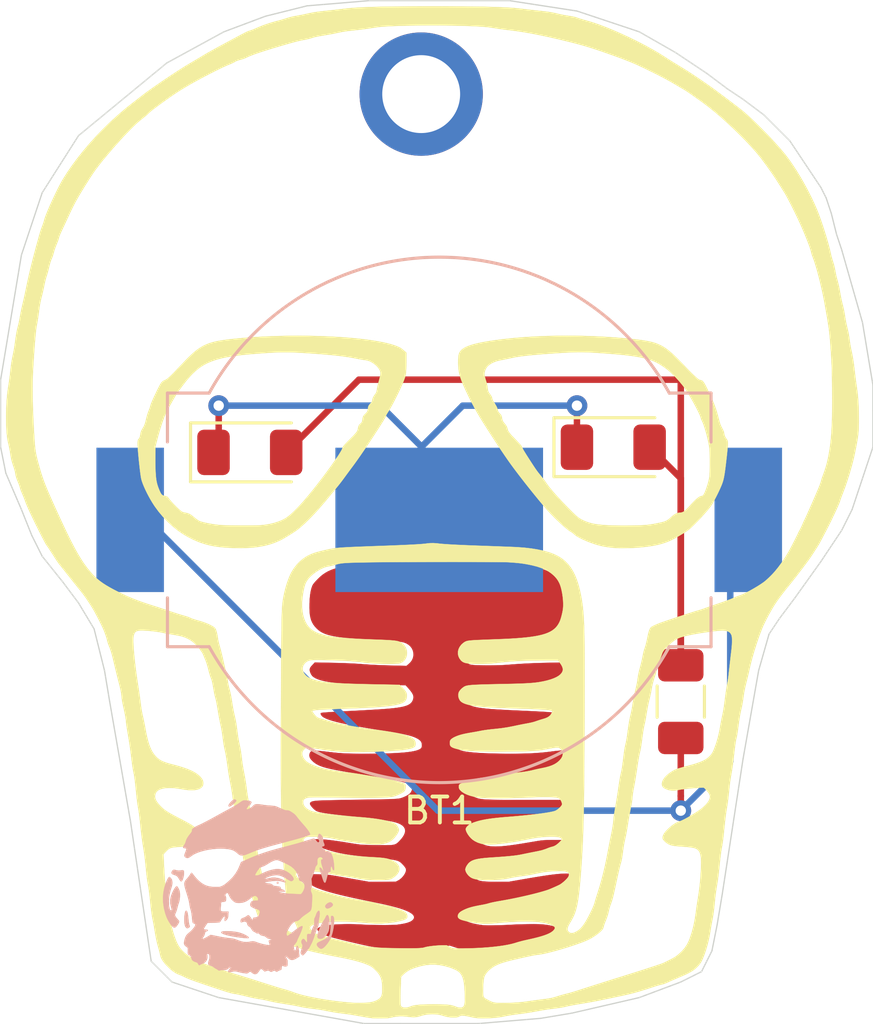
<source format=kicad_pcb>
(kicad_pcb (version 20171130) (host pcbnew "(5.1.10)-1")
  (layers (0 F.Cu signal) (31 B.Cu signal) (34 B.Paste user) (35 F.Paste user) (36 B.SilkS user) (37 F.SilkS user) (38 B.Mask user) (39 F.Mask user) (44 Edge.Cuts user))
  (net 0 "")
  (net 1 "Net-(BT1-Pad1)")
  (net 2 "Net-(BT1-Pad2)")
  (net 3 "Net-(D1-Pad2)")
  (module BadgePirates_Common_Library:3.5mm_lapel_pin (layer F.Cu) (at 143.2 66)
    (fp_text reference REF** hide)
    (fp_text value 3.5mm_lapel_pin hide)
    (pad 1 thru_hole circle (at 0 0) (size 4.75 4.75) (drill 3) (layers *.Mask B.Cu))
  )
  (module New:FG10x10 (layer B.Cu) (at 136.6 97.6 180)
    (fp_text reference G*** hide)
    (fp_text value LOGO hide)
  )
  (module Resistor_SMD:R_1206_3216Metric (layer F.Cu) (at 153.2 89.4 270)
    (fp_text reference R1 hide)
    (fp_text value R hide)
    (pad 2 smd roundrect (at 1.4 0 270) (size 1.25 1.75) (layers F.Cu F.Paste F.Mask) (roundrect_rratio 0.2) (net 1 "Net-(BT1-Pad1)"))
    (pad 1 smd roundrect (at -1.4 0 270) (size 1.25 1.75) (layers F.Cu F.Paste F.Mask) (roundrect_rratio 0.2) (net 3 "Net-(D1-Pad2)"))
  )
  (module LED_SMD:LED_1206_3216Metric (layer F.Cu) (at 136.6 79.8)
    (fp_text reference D2 hide)
    (fp_text value LED hide)
    (pad 2 smd roundrect (at 1.4 0) (size 1.25 1.75) (layers F.Cu F.Paste F.Mask) (roundrect_rratio 0.2) (net 3 "Net-(D1-Pad2)"))
    (pad 1 smd roundrect (at -1.4 0) (size 1.25 1.75) (layers F.Cu F.Paste F.Mask) (roundrect_rratio 0.2) (net 2 "Net-(BT1-Pad2)"))
  )
  (module LED_SMD:LED_1206_3216Metric (layer F.Cu) (at 150.6 79.6)
    (fp_text reference D1 hide)
    (fp_text value LED hide)
    (pad 2 smd roundrect (at 1.4 0) (size 1.25 1.75) (layers F.Cu F.Paste F.Mask) (roundrect_rratio 0.2) (net 3 "Net-(D1-Pad2)"))
    (pad 1 smd roundrect (at -1.4 0) (size 1.25 1.75) (layers F.Cu F.Paste F.Mask) (roundrect_rratio 0.2) (net 2 "Net-(BT1-Pad2)"))
  )
  (module BadgePirates_Common_Library:BatteryHolder_MPD_BC2003_1x2032 (layer B.Cu) (at 143.895 82.4)
    (fp_text reference BT1 (at 0 11.2) (layer F.SilkS))
    (fp_text value Battery_Cell hide)
    (pad 1 smd rect (at -11.905 0) (size 2.6 5.56) (layers B.Cu B.Paste B.Mask) (net 1 "Net-(BT1-Pad1)"))
    (pad 1 smd rect (at 11.905 0) (size 2.6 5.56) (layers B.Cu B.Paste B.Mask) (net 1 "Net-(BT1-Pad1)"))
    (pad 2 smd rect (at 0 0) (size 8 5.56) (layers B.Cu B.Paste B.Mask) (net 2 "Net-(BT1-Pad2)"))
  )
  (module New:2b1_Mouth_50x50 (layer F.Cu) (at 144.6 85.8)
    (fp_text reference G*** hide)
    (fp_text value LOGO hide)
  )
  (module New:2b1_Mouth_50x50 (layer F.Cu) (at 144.6 85.8)
    (fp_text reference G*** hide)
    (fp_text value LOGO hide)
    (fp_poly (pts (xy -0.37808 -1.656836) (xy -0.148279 -1.65673) (xy 0.079099 -1.656553) (xy 0.302995 -1.656307) (xy 0.522345 -1.655991) (xy 0.736091 -1.655605) (xy 0.943169 -1.65515) (xy 1.142519 -1.654624) (xy 1.33308 -1.654029) (xy 1.51379 -1.653364) (xy 1.683589 -1.652628) (xy 1.841416 -1.651823) (xy 1.986208 -1.650948) (xy 2.116905 -1.650002) (xy 2.232446 -1.648987) (xy 2.33177 -1.647901) (xy 2.413815 -1.646745) (xy 2.47752 -1.645519) (xy 2.521824 -1.644222) (xy 2.54 -1.643322) (xy 2.736717 -1.623547) (xy 2.930877 -1.591387) (xy 3.119591 -1.547714) (xy 3.299972 -1.493399) (xy 3.469133 -1.429313) (xy 3.624185 -1.356327) (xy 3.762241 -1.275311) (xy 3.764022 -1.274135) (xy 3.871164 -1.193983) (xy 3.961782 -1.105298) (xy 4.037477 -1.005778) (xy 4.09985 -0.893122) (xy 4.150501 -0.76503) (xy 4.174978 -0.68335) (xy 4.219221 -0.496072) (xy 4.247348 -0.320444) (xy 4.259477 -0.154537) (xy 4.255731 0.003577) (xy 4.236228 0.155827) (xy 4.229468 0.1905) (xy 4.198579 0.323035) (xy 4.164053 0.437494) (xy 4.124275 0.536867) (xy 4.077631 0.624148) (xy 4.022506 0.702329) (xy 3.957287 0.774403) (xy 3.880358 0.843362) (xy 3.874863 0.847849) (xy 3.829512 0.882695) (xy 3.781945 0.914908) (xy 3.731127 0.944656) (xy 3.676024 0.972109) (xy 3.615601 0.997435) (xy 3.548825 1.020804) (xy 3.474661 1.042384) (xy 3.392074 1.062344) (xy 3.300031 1.080854) (xy 3.197497 1.098083) (xy 3.083437 1.114199) (xy 2.956819 1.129372) (xy 2.816606 1.14377) (xy 2.661766 1.157563) (xy 2.491263 1.170919) (xy 2.304063 1.184008) (xy 2.099133 1.196998) (xy 1.875437 1.210059) (xy 1.631942 1.223359) (xy 1.550458 1.227652) (xy 1.385728 1.236376) (xy 1.240676 1.244347) (xy 1.113832 1.25172) (xy 1.003727 1.25865) (xy 0.908891 1.265292) (xy 0.827855 1.271801) (xy 0.759149 1.278332) (xy 0.701304 1.28504) (xy 0.652851 1.29208) (xy 0.61232 1.299607) (xy 0.578241 1.307776) (xy 0.549145 1.316743) (xy 0.523563 1.326662) (xy 0.500025 1.337688) (xy 0.498042 1.338697) (xy 0.427274 1.38512) (xy 0.362737 1.446921) (xy 0.307109 1.519868) (xy 0.263066 1.59973) (xy 0.233286 1.682276) (xy 0.220444 1.763274) (xy 0.220139 1.778) (xy 0.228732 1.855095) (xy 0.252344 1.931937) (xy 0.288486 2.004595) (xy 0.334669 2.069138) (xy 0.388404 2.121634) (xy 0.447202 2.158153) (xy 0.465453 2.165404) (xy 0.501095 2.175293) (xy 0.546942 2.183637) (xy 0.604467 2.190516) (xy 0.675141 2.196015) (xy 0.760434 2.200217) (xy 0.861818 2.203203) (xy 0.980764 2.205056) (xy 1.118742 2.20586) (xy 1.185333 2.205903) (xy 1.30764 2.205622) (xy 1.413191 2.204857) (xy 1.506394 2.203451) (xy 1.591658 2.20125) (xy 1.67339 2.198099) (xy 1.755998 2.193841) (xy 1.843891 2.188321) (xy 1.941477 2.181385) (xy 1.994958 2.177362) (xy 2.136774 2.166741) (xy 2.268828 2.157305) (xy 2.393794 2.148935) (xy 2.514345 2.141513) (xy 2.633156 2.134921) (xy 2.752901 2.12904) (xy 2.876253 2.123754) (xy 3.005887 2.118942) (xy 3.144476 2.114489) (xy 3.294696 2.110274) (xy 3.459219 2.106181) (xy 3.640719 2.10209) (xy 3.752047 2.09973) (xy 4.101553 2.092457) (xy 4.172735 2.241012) (xy 4.19748 2.294418) (xy 4.218486 2.343115) (xy 4.234119 2.383046) (xy 4.242743 2.410153) (xy 4.243917 2.417684) (xy 4.236416 2.456898) (xy 4.212809 2.497663) (xy 4.171435 2.542654) (xy 4.15969 2.55347) (xy 4.05266 2.636192) (xy 3.92932 2.707079) (xy 3.791427 2.765322) (xy 3.640738 2.810113) (xy 3.567708 2.825957) (xy 3.515559 2.835532) (xy 3.461141 2.844454) (xy 3.403162 2.852812) (xy 3.340324 2.860698) (xy 3.271333 2.868202) (xy 3.194894 2.875415) (xy 3.109712 2.882427) (xy 3.014491 2.889329) (xy 2.907936 2.896212) (xy 2.788753 2.903167) (xy 2.655645 2.910283) (xy 2.507319 2.917652) (xy 2.342477 2.925365) (xy 2.159827 2.933511) (xy 1.958072 2.942182) (xy 1.830917 2.947524) (xy 1.628305 2.956136) (xy 1.446108 2.964224) (xy 1.283582 2.971835) (xy 1.139983 2.979011) (xy 1.014566 2.985798) (xy 0.906587 2.992239) (xy 0.815302 2.99838) (xy 0.739968 3.004265) (xy 0.679839 3.009937) (xy 0.634172 3.015443) (xy 0.602223 3.020825) (xy 0.601863 3.020901) (xy 0.509647 3.049327) (xy 0.428991 3.094013) (xy 0.357464 3.155398) (xy 0.312193 3.204497) (xy 0.281263 3.246831) (xy 0.262106 3.288366) (xy 0.252152 3.335065) (xy 0.248833 3.392894) (xy 0.248737 3.407833) (xy 0.253531 3.489448) (xy 0.269413 3.556422) (xy 0.298557 3.612168) (xy 0.343137 3.660102) (xy 0.405328 3.703638) (xy 0.453838 3.729998) (xy 0.497998 3.750537) (xy 0.546419 3.769538) (xy 0.600196 3.787123) (xy 0.660422 3.803417) (xy 0.728191 3.81854) (xy 0.804598 3.832617) (xy 0.890735 3.84577) (xy 0.987697 3.858122) (xy 1.096577 3.869795) (xy 1.218469 3.880913) (xy 1.354468 3.891598) (xy 1.505667 3.901973) (xy 1.673159 3.912162) (xy 1.858039 3.922286) (xy 2.061401 3.932468) (xy 2.284338 3.942832) (xy 2.391833 3.94761) (xy 2.604356 3.957097) (xy 2.796527 3.966023) (xy 2.969154 3.974446) (xy 3.123043 3.982422) (xy 3.259001 3.990008) (xy 3.377834 3.997263) (xy 3.480348 4.004243) (xy 3.567351 4.011005) (xy 3.639648 4.017608) (xy 3.698047 4.024107) (xy 3.743354 4.03056) (xy 3.776375 4.037024) (xy 3.797917 4.043558) (xy 3.806295 4.047977) (xy 3.817627 4.059777) (xy 3.817482 4.075495) (xy 3.810635 4.094216) (xy 3.787191 4.131065) (xy 3.748673 4.16989) (xy 3.700138 4.206122) (xy 3.663556 4.227169) (xy 3.584179 4.262714) (xy 3.484294 4.299416) (xy 3.364521 4.337136) (xy 3.225478 4.375738) (xy 3.067784 4.415086) (xy 2.89206 4.455043) (xy 2.698923 4.495474) (xy 2.488994 4.53624) (xy 2.262892 4.577205) (xy 2.021235 4.618234) (xy 1.764643 4.65919) (xy 1.571625 4.688462) (xy 1.365717 4.719463) (xy 1.179618 4.748417) (xy 1.012093 4.775581) (xy 0.86191 4.801214) (xy 0.727836 4.825574) (xy 0.608638 4.848919) (xy 0.503084 4.871506) (xy 0.409939 4.893596) (xy 0.327972 4.915444) (xy 0.25595 4.937311) (xy 0.192639 4.959453) (xy 0.136807 4.98213) (xy 0.109417 4.994648) (xy 0.033573 5.036832) (xy -0.022439 5.082345) (xy -0.059886 5.132778) (xy -0.080031 5.189722) (xy -0.084549 5.23875) (xy -0.077414 5.302743) (xy -0.055303 5.35767) (xy -0.017155 5.404408) (xy 0.038091 5.443833) (xy 0.111495 5.476823) (xy 0.204117 5.504254) (xy 0.248708 5.514267) (xy 0.336301 5.529751) (xy 0.44363 5.544086) (xy 0.569291 5.557197) (xy 0.711881 5.569009) (xy 0.869995 5.579447) (xy 1.042231 5.588436) (xy 1.227184 5.595902) (xy 1.423451 5.60177) (xy 1.629629 5.605964) (xy 1.844313 5.608411) (xy 2.026708 5.60906) (xy 2.264251 5.608029) (xy 2.483332 5.604801) (xy 2.686557 5.599237) (xy 2.876531 5.591196) (xy 3.055858 5.580541) (xy 3.227145 5.567131) (xy 3.392995 5.550827) (xy 3.556015 5.53149) (xy 3.610092 5.524357) (xy 3.747946 5.506823) (xy 3.865636 5.494196) (xy 3.963076 5.486483) (xy 4.040182 5.483688) (xy 4.096867 5.485817) (xy 4.130818 5.492099) (xy 4.17428 5.516986) (xy 4.206948 5.5574) (xy 4.22731 5.609845) (xy 4.233853 5.670824) (xy 4.228979 5.719018) (xy 4.214128 5.760648) (xy 4.18571 5.809374) (xy 4.147449 5.860086) (xy 4.103073 5.907676) (xy 4.070566 5.936235) (xy 4.030088 5.966898) (xy 3.987569 5.995695) (xy 3.941948 6.022881) (xy 3.892164 6.048707) (xy 3.837156 6.073429) (xy 3.775862 6.097298) (xy 3.707221 6.120568) (xy 3.630172 6.143492) (xy 3.543653 6.166323) (xy 3.446604 6.189314) (xy 3.337963 6.212719) (xy 3.216668 6.23679) (xy 3.08166 6.261781) (xy 2.931875 6.287945) (xy 2.766254 6.315536) (xy 2.583734 6.344805) (xy 2.383255 6.376007) (xy 2.163755 6.409395) (xy 1.957917 6.440205) (xy 1.776169 6.467558) (xy 1.613513 6.492731) (xy 1.468023 6.516064) (xy 1.337775 6.537897) (xy 1.220844 6.558568) (xy 1.115304 6.578419) (xy 1.019232 6.597788) (xy 0.930702 6.617016) (xy 0.851958 6.63543) (xy 0.703814 6.673955) (xy 0.576088 6.712775) (xy 0.468893 6.751835) (xy 0.382342 6.791079) (xy 0.316547 6.830452) (xy 0.271621 6.869899) (xy 0.247677 6.909363) (xy 0.243417 6.934402) (xy 0.252737 6.982656) (xy 0.278943 7.034495) (xy 0.319403 7.085317) (xy 0.342261 7.107248) (xy 0.3769 7.133098) (xy 0.42673 7.16411) (xy 0.487145 7.197951) (xy 0.553541 7.232284) (xy 0.621315 7.264775) (xy 0.685862 7.293088) (xy 0.742578 7.314887) (xy 0.767292 7.322829) (xy 0.797631 7.331237) (xy 0.828949 7.338885) (xy 0.862324 7.345808) (xy 0.898836 7.352043) (xy 0.939562 7.357625) (xy 0.985582 7.362588) (xy 1.037975 7.366969) (xy 1.097821 7.370803) (xy 1.166197 7.374126) (xy 1.244184 7.376973) (xy 1.332859 7.379379) (xy 1.433302 7.38138) (xy 1.546593 7.383012) (xy 1.673809 7.38431) (xy 1.81603 7.385309) (xy 1.974335 7.386046) (xy 2.149804 7.386555) (xy 2.343514 7.386872) (xy 2.556545 7.387032) (xy 2.720222 7.387071) (xy 4.05932 7.387167) (xy 4.123638 7.453312) (xy 4.16703 7.499386) (xy 4.196483 7.534567) (xy 4.214073 7.561806) (xy 4.221873 7.584051) (xy 4.22275 7.594219) (xy 4.214762 7.613294) (xy 4.193108 7.641416) (xy 4.16125 7.675198) (xy 4.122648 7.711252) (xy 4.080767 7.746192) (xy 4.039068 7.776628) (xy 4.030761 7.782066) (xy 4.00562 7.797147) (xy 3.978356 7.81121) (xy 3.947791 7.824448) (xy 3.912751 7.837052) (xy 3.872058 7.849214) (xy 3.824537 7.861126) (xy 3.769011 7.87298) (xy 3.704306 7.884966) (xy 3.629244 7.897277) (xy 3.54265 7.910105) (xy 3.443348 7.923642) (xy 3.330162 7.938079) (xy 3.201915 7.953608) (xy 3.057431 7.97042) (xy 2.895536 7.988708) (xy 2.715052 8.008663) (xy 2.514803 8.030477) (xy 2.492375 8.032906) (xy 2.290371 8.054911) (xy 2.108091 8.07509) (xy 1.944187 8.093629) (xy 1.797312 8.110709) (xy 1.666118 8.126517) (xy 1.549257 8.141235) (xy 1.445383 8.155049) (xy 1.353147 8.168141) (xy 1.271203 8.180697) (xy 1.198202 8.1929) (xy 1.132797 8.204934) (xy 1.073642 8.216984) (xy 1.019387 8.229233) (xy 0.975194 8.240177) (xy 0.877775 8.270514) (xy 0.78624 8.309007) (xy 0.705229 8.35334) (xy 0.639385 8.4012) (xy 0.623723 8.415473) (xy 0.575743 8.468706) (xy 0.54432 8.520826) (xy 0.529737 8.573512) (xy 0.532278 8.628441) (xy 0.552226 8.68729) (xy 0.589866 8.751738) (xy 0.645481 8.82346) (xy 0.703638 8.887765) (xy 0.761127 8.945047) (xy 0.81941 8.995942) (xy 0.879686 9.040536) (xy 0.943154 9.078914) (xy 1.011011 9.111161) (xy 1.084456 9.137364) (xy 1.164687 9.157607) (xy 1.252902 9.171976) (xy 1.350299 9.180556) (xy 1.458076 9.183433) (xy 1.577431 9.180692) (xy 1.709563 9.172419) (xy 1.85567 9.158699) (xy 2.01695 9.139618) (xy 2.194601 9.115261) (xy 2.389822 9.085713) (xy 2.60381 9.05106) (xy 2.719917 9.031558) (xy 2.827863 9.013243) (xy 2.91728 8.998098) (xy 2.990512 8.985762) (xy 3.049898 8.975873) (xy 3.097781 8.968071) (xy 3.136503 8.961996) (xy 3.168405 8.957285) (xy 3.19583 8.953579) (xy 3.221118 8.950516) (xy 3.246612 8.947736) (xy 3.274654 8.944877) (xy 3.296708 8.942671) (xy 3.336811 8.939751) (xy 3.392857 8.937219) (xy 3.461588 8.935093) (xy 3.539747 8.933391) (xy 3.624075 8.93213) (xy 3.711314 8.931328) (xy 3.798207 8.931003) (xy 3.881495 8.931171) (xy 3.957921 8.931852) (xy 4.024226 8.933062) (xy 4.077152 8.934819) (xy 4.113441 8.937141) (xy 4.122342 8.938198) (xy 4.158871 8.947179) (xy 4.175642 8.961269) (xy 4.173797 8.982238) (xy 4.162813 9.000879) (xy 4.142605 9.022803) (xy 4.109184 9.052356) (xy 4.067275 9.085939) (xy 4.021608 9.119949) (xy 3.97691 9.150787) (xy 3.937908 9.174853) (xy 3.925918 9.181294) (xy 3.876139 9.203567) (xy 3.809154 9.229088) (xy 3.728466 9.256736) (xy 3.637579 9.285387) (xy 3.539997 9.313918) (xy 3.439224 9.341205) (xy 3.381375 9.355852) (xy 3.117458 9.41574) (xy 2.83475 9.470072) (xy 2.534958 9.518573) (xy 2.219788 9.560969) (xy 1.890948 9.596984) (xy 1.87325 9.598702) (xy 1.713265 9.614235) (xy 1.572764 9.62813) (xy 1.450148 9.640597) (xy 1.343814 9.651844) (xy 1.252162 9.662082) (xy 1.17359 9.67152) (xy 1.106497 9.680366) (xy 1.049283 9.688831) (xy 1.000346 9.697124) (xy 0.958085 9.705454) (xy 0.9209 9.714031) (xy 0.887188 9.723064) (xy 0.860337 9.731172) (xy 0.786493 9.758517) (xy 0.726218 9.791144) (xy 0.671919 9.833863) (xy 0.627694 9.878519) (xy 0.567626 9.952405) (xy 0.527606 10.021624) (xy 0.507333 10.087325) (xy 0.506502 10.150658) (xy 0.524811 10.212774) (xy 0.534508 10.232298) (xy 0.56014 10.270586) (xy 0.597895 10.316161) (xy 0.642798 10.363826) (xy 0.689877 10.408387) (xy 0.734158 10.444649) (xy 0.745456 10.452661) (xy 0.776101 10.471058) (xy 0.810954 10.486839) (xy 0.851727 10.500186) (xy 0.900127 10.511278) (xy 0.957867 10.520296) (xy 1.026655 10.527421) (xy 1.108203 10.532833) (xy 1.204219 10.536714) (xy 1.316415 10.539243) (xy 1.4465 10.540602) (xy 1.58141 10.540974) (xy 1.972196 10.541) (xy 2.428077 10.461808) (xy 2.631295 10.426693) (xy 2.815297 10.395317) (xy 2.981656 10.367444) (xy 3.131947 10.342842) (xy 3.267743 10.321276) (xy 3.39062 10.302513) (xy 3.502151 10.28632) (xy 3.60391 10.272461) (xy 3.697471 10.260705) (xy 3.784408 10.250816) (xy 3.866297 10.242562) (xy 3.94471 10.235708) (xy 3.957636 10.234678) (xy 4.091673 10.226443) (xy 4.205537 10.224384) (xy 4.299304 10.228512) (xy 4.37305 10.238837) (xy 4.42685 10.25537) (xy 4.46078 10.278121) (xy 4.474804 10.306305) (xy 4.469735 10.332759) (xy 4.450002 10.369033) (xy 4.418043 10.412474) (xy 4.376296 10.46043) (xy 4.327199 10.510249) (xy 4.27319 10.559278) (xy 4.216706 10.604865) (xy 4.169833 10.638094) (xy 4.070854 10.698678) (xy 3.963933 10.754562) (xy 3.846233 10.806946) (xy 3.714919 10.857028) (xy 3.567155 10.906007) (xy 3.459834 10.938139) (xy 3.389766 10.958236) (xy 3.323686 10.976844) (xy 3.259748 10.994394) (xy 3.196107 11.011316) (xy 3.130917 11.028042) (xy 3.062334 11.045003) (xy 2.988511 11.062629) (xy 2.907603 11.081351) (xy 2.817766 11.1016) (xy 2.717152 11.123807) (xy 2.603919 11.148403) (xy 2.476218 11.175819) (xy 2.332207 11.206485) (xy 2.170038 11.240833) (xy 2.100792 11.255463) (xy 1.89427 11.299138) (xy 1.707335 11.338832) (xy 1.538841 11.374829) (xy 1.387643 11.407411) (xy 1.252594 11.436862) (xy 1.132549 11.463466) (xy 1.026361 11.487504) (xy 0.932886 11.509261) (xy 0.850976 11.52902) (xy 0.779487 11.547062) (xy 0.717272 11.563673) (xy 0.663186 11.579134) (xy 0.616083 11.593729) (xy 0.574816 11.607742) (xy 0.538241 11.621454) (xy 0.50521 11.63515) (xy 0.474579 11.649112) (xy 0.445202 11.663623) (xy 0.441735 11.665401) (xy 0.366563 11.710559) (xy 0.303709 11.761525) (xy 0.256353 11.815399) (xy 0.232967 11.855856) (xy 0.218343 11.909531) (xy 0.223782 11.957817) (xy 0.249009 11.999456) (xy 0.268291 12.016884) (xy 0.32693 12.053149) (xy 0.404675 12.08773) (xy 0.499496 12.120074) (xy 0.609364 12.149628) (xy 0.732246 12.175841) (xy 0.866115 12.198161) (xy 0.994833 12.21452) (xy 1.044201 12.218152) (xy 1.112159 12.220504) (xy 1.196173 12.221619) (xy 1.293708 12.221538) (xy 1.402229 12.220304) (xy 1.519202 12.217959) (xy 1.642092 12.214545) (xy 1.768364 12.210104) (xy 1.895484 12.204678) (xy 2.020917 12.19831) (xy 2.042583 12.197098) (xy 2.167072 12.190704) (xy 2.297843 12.185223) (xy 2.431942 12.180695) (xy 2.566417 12.177162) (xy 2.698315 12.174666) (xy 2.82468 12.173248) (xy 2.942562 12.172949) (xy 3.049005 12.173811) (xy 3.141057 12.175877) (xy 3.215764 12.179186) (xy 3.233208 12.180344) (xy 3.391273 12.195318) (xy 3.530234 12.215991) (xy 3.651451 12.242653) (xy 3.756283 12.275596) (xy 3.834804 12.309388) (xy 3.874866 12.33043) (xy 3.899134 12.347225) (xy 3.911408 12.36354) (xy 3.915483 12.383143) (xy 3.915671 12.389625) (xy 3.908924 12.417918) (xy 3.887895 12.447036) (xy 3.851989 12.477207) (xy 3.800612 12.508656) (xy 3.733173 12.541609) (xy 3.649075 12.576293) (xy 3.547727 12.612934) (xy 3.428535 12.651757) (xy 3.290905 12.692989) (xy 3.134243 12.736856) (xy 2.957956 12.783584) (xy 2.761451 12.833399) (xy 2.7305 12.841076) (xy 2.548331 12.885497) (xy 2.383518 12.924168) (xy 2.23318 12.957551) (xy 2.094439 12.986106) (xy 1.964415 13.010297) (xy 1.840229 13.030584) (xy 1.719 13.04743) (xy 1.597851 13.061295) (xy 1.4739 13.072643) (xy 1.34427 13.081934) (xy 1.20608 13.089629) (xy 1.169458 13.091377) (xy 1.111034 13.093896) (xy 1.039347 13.096686) (xy 0.957088 13.099667) (xy 0.866948 13.102759) (xy 0.771619 13.105882) (xy 0.673792 13.108956) (xy 0.57616 13.111902) (xy 0.481415 13.11464) (xy 0.392246 13.117089) (xy 0.311347 13.11917) (xy 0.241408 13.120802) (xy 0.185122 13.121907) (xy 0.14518 13.122404) (xy 0.127 13.122316) (xy 0.10545 13.11879) (xy 0.067697 13.109568) (xy 0.017595 13.095716) (xy -0.041003 13.078302) (xy -0.104241 13.058393) (xy -0.105833 13.057877) (xy -0.301625 12.994421) (xy -0.635 13.032596) (xy -0.799276 13.051055) (xy -0.946075 13.066666) (xy -1.078872 13.079615) (xy -1.201139 13.090085) (xy -1.316347 13.098263) (xy -1.427971 13.104332) (xy -1.539481 13.108478) (xy -1.654352 13.110885) (xy -1.776056 13.111739) (xy -1.908065 13.111224) (xy -2.053852 13.109525) (xy -2.074333 13.109222) (xy -2.26415 13.105924) (xy -2.43469 13.101993) (xy -2.587836 13.097299) (xy -2.725474 13.091712) (xy -2.849485 13.085104) (xy -2.961756 13.077346) (xy -3.064168 13.068308) (xy -3.158606 13.057861) (xy -3.246953 13.045876) (xy -3.331094 13.032223) (xy -3.407833 13.017795) (xy -3.497482 12.999325) (xy -3.599627 12.977357) (xy -3.711899 12.952464) (xy -3.831926 12.925223) (xy -3.957336 12.896208) (xy -4.085758 12.865994) (xy -4.214821 12.835157) (xy -4.342154 12.804271) (xy -4.465384 12.773913) (xy -4.582142 12.744656) (xy -4.690054 12.717077) (xy -4.786751 12.69175) (xy -4.86986 12.66925) (xy -4.93701 12.650153) (xy -4.985358 12.635191) (xy -5.093629 12.594994) (xy -5.193141 12.549726) (xy -5.279118 12.501693) (xy -5.321807 12.472808) (xy -5.367098 12.433431) (xy -5.391804 12.397006) (xy -5.395848 12.363396) (xy -5.379151 12.332463) (xy -5.341634 12.304069) (xy -5.28322 12.278077) (xy -5.203829 12.254349) (xy -5.196417 12.252507) (xy -5.092801 12.231099) (xy -4.970707 12.212832) (xy -4.832601 12.197809) (xy -4.680955 12.186139) (xy -4.518235 12.177926) (xy -4.346912 12.173278) (xy -4.169454 12.172299) (xy -3.988329 12.175097) (xy -3.806008 12.181777) (xy -3.693583 12.187906) (xy -3.60031 12.192914) (xy -3.495675 12.197238) (xy -3.382292 12.200867) (xy -3.262774 12.203789) (xy -3.139733 12.205991) (xy -3.015782 12.207461) (xy -2.893534 12.208187) (xy -2.775602 12.208158) (xy -2.664599 12.207361) (xy -2.563137 12.205785) (xy -2.473829 12.203416) (xy -2.399289 12.200244) (xy -2.342129 12.196255) (xy -2.323042 12.194225) (xy -2.180846 12.174319) (xy -2.058598 12.152145) (xy -1.955162 12.127317) (xy -1.869403 12.099448) (xy -1.800186 12.068154) (xy -1.746375 12.033047) (xy -1.706836 11.993743) (xy -1.698087 11.981814) (xy -1.676159 11.9353) (xy -1.673846 11.888993) (xy -1.691278 11.842831) (xy -1.728587 11.796751) (xy -1.785903 11.750689) (xy -1.863355 11.704585) (xy -1.961076 11.658373) (xy -2.079195 11.611993) (xy -2.217842 11.56538) (xy -2.377149 11.518473) (xy -2.557245 11.471207) (xy -2.758263 11.423522) (xy -2.942167 11.383351) (xy -3.006133 11.369923) (xy -3.086741 11.353109) (xy -3.179894 11.333757) (xy -3.281496 11.312716) (xy -3.387448 11.290834) (xy -3.493655 11.268959) (xy -3.58775 11.249636) (xy -3.857043 11.193409) (xy -4.105871 11.139321) (xy -4.33481 11.087214) (xy -4.544437 11.036929) (xy -4.73533 10.988309) (xy -4.908063 10.941196) (xy -5.063215 10.895432) (xy -5.201362 10.850858) (xy -5.32308 10.807318) (xy -5.428946 10.764652) (xy -5.519537 10.722703) (xy -5.529792 10.717514) (xy -5.561333 10.700404) (xy -5.590663 10.681803) (xy -5.620863 10.659157) (xy -5.655011 10.629914) (xy -5.696188 10.591521) (xy -5.747472 10.541424) (xy -5.774039 10.515009) (xy -5.838527 10.44946) (xy -5.887919 10.396313) (xy -5.923205 10.354211) (xy -5.945374 10.321798) (xy -5.955416 10.297718) (xy -5.95432 10.280614) (xy -5.949794 10.274144) (xy -5.934392 10.269133) (xy -5.900409 10.264649) (xy -5.850428 10.260756) (xy -5.78703 10.257522) (xy -5.712796 10.255011) (xy -5.630309 10.25329) (xy -5.54215 10.252425) (xy -5.4509 10.252482) (xy -5.359141 10.253526) (xy -5.269454 10.255624) (xy -5.249333 10.256264) (xy -5.206001 10.257652) (xy -5.167835 10.258846) (xy -5.133358 10.260063) (xy -5.101092 10.261519) (xy -5.069559 10.263431) (xy -5.037282 10.266015) (xy -5.002783 10.269487) (xy -4.964584 10.274064) (xy -4.921209 10.279961) (xy -4.871179 10.287397) (xy -4.813017 10.296585) (xy -4.745244 10.307744) (xy -4.666385 10.32109) (xy -4.57496 10.336838) (xy -4.469493 10.355205) (xy -4.348505 10.376408) (xy -4.210519 10.400663) (xy -4.054058 10.428186) (xy -3.948802 10.446691) (xy -3.404979 10.542266) (xy -2.889895 10.538987) (xy -2.37481 10.535708) (xy -2.294977 10.49624) (xy -2.22579 10.453984) (xy -2.159509 10.398656) (xy -2.099294 10.334206) (xy -2.048303 10.264587) (xy -2.009697 10.193748) (xy -1.986633 10.125641) (xy -1.983216 10.106328) (xy -1.982252 10.069804) (xy -1.990775 10.033898) (xy -2.010582 9.994868) (xy -2.04347 9.948969) (xy -2.079351 9.906) (xy -2.142971 9.837947) (xy -2.201272 9.787023) (xy -2.257317 9.750919) (xy -2.314168 9.727326) (xy -2.31775 9.726234) (xy -2.364237 9.713793) (xy -2.420483 9.701476) (xy -2.487756 9.689117) (xy -2.567326 9.676548) (xy -2.660461 9.663601) (xy -2.76843 9.65011) (xy -2.892502 9.635907) (xy -3.033947 9.620826) (xy -3.194032 9.604698) (xy -3.3655 9.588164) (xy -3.576514 9.567466) (xy -3.768473 9.54703) (xy -3.943479 9.526482) (xy -4.103634 9.505444) (xy -4.251039 9.483542) (xy -4.387798 9.460398) (xy -4.516011 9.435636) (xy -4.637781 9.408882) (xy -4.75521 9.379757) (xy -4.870399 9.347888) (xy -4.985451 9.312896) (xy -5.083713 9.280753) (xy -5.213674 9.234493) (xy -5.329976 9.187966) (xy -5.431034 9.141923) (xy -5.515265 9.097119) (xy -5.581084 9.054306) (xy -5.610486 9.030424) (xy -5.639887 8.998664) (xy -5.649798 8.973089) (xy -5.640377 8.95201) (xy -5.619224 8.937353) (xy -5.56968 8.919847) (xy -5.500431 8.908406) (xy -5.411413 8.903031) (xy -5.302565 8.90373) (xy -5.173824 8.910505) (xy -5.025129 8.923361) (xy -4.856418 8.942303) (xy -4.667627 8.967335) (xy -4.458696 8.998461) (xy -4.229562 9.035686) (xy -4.220013 9.037296) (xy -4.126854 9.052706) (xy -4.034272 9.067443) (xy -3.945842 9.08098) (xy -3.865137 9.092788) (xy -3.795733 9.102341) (xy -3.741204 9.109112) (xy -3.71475 9.111831) (xy -3.676395 9.114378) (xy -3.61974 9.117017) (xy -3.547653 9.119667) (xy -3.462999 9.122245) (xy -3.368647 9.124669) (xy -3.267461 9.126858) (xy -3.16231 9.128729) (xy -3.085042 9.129843) (xy -2.948118 9.131505) (xy -2.830467 9.132459) (xy -2.730198 9.13237) (xy -2.645422 9.130899) (xy -2.574248 9.127709) (xy -2.514786 9.122464) (xy -2.465145 9.114827) (xy -2.423435 9.104459) (xy -2.387766 9.091025) (xy -2.356247 9.074186) (xy -2.326987 9.053606) (xy -2.298097 9.028947) (xy -2.267687 8.999873) (xy -2.248376 8.980622) (xy -2.161385 8.885659) (xy -2.094733 8.795851) (xy -2.048393 8.711354) (xy -2.02234 8.632323) (xy -2.016549 8.558911) (xy -2.030995 8.491275) (xy -2.065653 8.429569) (xy -2.120497 8.373947) (xy -2.195502 8.324565) (xy -2.290643 8.281577) (xy -2.366409 8.2562) (xy -2.420171 8.241195) (xy -2.479274 8.226655) (xy -2.545063 8.212385) (xy -2.618883 8.198192) (xy -2.702078 8.183882) (xy -2.795994 8.169259) (xy -2.901974 8.154131) (xy -3.021364 8.138303) (xy -3.155508 8.12158) (xy -3.305751 8.103769) (xy -3.473438 8.084675) (xy -3.659912 8.064104) (xy -3.804708 8.048468) (xy -4.01807 8.025467) (xy -4.211446 8.004313) (xy -4.385922 7.984853) (xy -4.542584 7.966929) (xy -4.682518 7.950386) (xy -4.80681 7.935069) (xy -4.916546 7.920822) (xy -5.012811 7.907489) (xy -5.096693 7.894915) (xy -5.169275 7.882943) (xy -5.231645 7.871419) (xy -5.284889 7.860187) (xy -5.330091 7.84909) (xy -5.368339 7.837974) (xy -5.400718 7.826682) (xy -5.426198 7.816032) (xy -5.466915 7.79227) (xy -5.511551 7.757724) (xy -5.556887 7.715945) (xy -5.599702 7.670482) (xy -5.636778 7.624883) (xy -5.664897 7.582698) (xy -5.680838 7.547477) (xy -5.68325 7.532607) (xy -5.677305 7.502098) (xy -5.658369 7.477169) (xy -5.624794 7.457083) (xy -5.57493 7.441107) (xy -5.507128 7.428504) (xy -5.42925 7.419425) (xy -5.386854 7.416345) (xy -5.32375 7.413166) (xy -5.240394 7.409898) (xy -5.137244 7.406551) (xy -5.014757 7.403137) (xy -4.873392 7.399664) (xy -4.713606 7.396144) (xy -4.535855 7.392587) (xy -4.340598 7.389004) (xy -4.128292 7.385403) (xy -3.899395 7.381797) (xy -3.654364 7.378195) (xy -3.529542 7.376449) (xy -3.336876 7.373698) (xy -3.164162 7.371008) (xy -3.010187 7.368329) (xy -2.873736 7.365614) (xy -2.753594 7.362814) (xy -2.648548 7.35988) (xy -2.557383 7.356765) (xy -2.478886 7.35342) (xy -2.411842 7.349796) (xy -2.355037 7.345847) (xy -2.307257 7.341522) (xy -2.267287 7.336774) (xy -2.233915 7.331555) (xy -2.205924 7.325816) (xy -2.196042 7.323384) (xy -2.128914 7.302258) (xy -2.056444 7.273127) (xy -1.984401 7.238843) (xy -1.918557 7.202259) (xy -1.864683 7.166229) (xy -1.844142 7.149407) (xy -1.792842 7.089763) (xy -1.760139 7.020326) (xy -1.746607 6.942398) (xy -1.74625 6.926763) (xy -1.748279 6.889053) (xy -1.756572 6.86249) (xy -1.77444 6.837264) (xy -1.777715 6.833483) (xy -1.803383 6.809851) (xy -1.8388 6.787183) (xy -1.885581 6.764926) (xy -1.945342 6.74253) (xy -2.019701 6.719444) (xy -2.110272 6.695118) (xy -2.218672 6.669) (xy -2.338917 6.642182) (xy -2.440077 6.620644) (xy -2.541862 6.599764) (xy -2.646482 6.57915) (xy -2.756148 6.558408) (xy -2.873071 6.537145) (xy -2.999462 6.514967) (xy -3.137532 6.491482) (xy -3.289493 6.466295) (xy -3.457555 6.439014) (xy -3.643928 6.409245) (xy -3.683 6.403052) (xy -3.901011 6.368261) (xy -4.099218 6.335993) (xy -4.278799 6.305967) (xy -4.440932 6.277904) (xy -4.586792 6.251525) (xy -4.717559 6.22655) (xy -4.834408 6.2027) (xy -4.938516 6.179694) (xy -5.031062 6.157255) (xy -5.113222 6.135102) (xy -5.186174 6.112955) (xy -5.251094 6.090535) (xy -5.30916 6.067563) (xy -5.361549 6.04376) (xy -5.409438 6.018844) (xy -5.454004 5.992538) (xy -5.478465 5.976753) (xy -5.542968 5.92843) (xy -5.601845 5.874073) (xy -5.650433 5.818445) (xy -5.683593 5.767244) (xy -5.703347 5.709334) (xy -5.706601 5.649879) (xy -5.694488 5.593384) (xy -5.668143 5.544358) (xy -5.628701 5.507307) (xy -5.616357 5.500148) (xy -5.599709 5.492233) (xy -5.583302 5.487021) (xy -5.563167 5.48435) (xy -5.535335 5.48406) (xy -5.495838 5.485988) (xy -5.440707 5.489974) (xy -5.415273 5.491959) (xy -5.351053 5.497513) (xy -5.272884 5.505051) (xy -5.187812 5.513849) (xy -5.102881 5.523181) (xy -5.037667 5.530799) (xy -4.903587 5.546662) (xy -4.781641 5.560267) (xy -4.668744 5.571781) (xy -4.56181 5.581369) (xy -4.457756 5.589197) (xy -4.353496 5.59543) (xy -4.245946 5.600233) (xy -4.13202 5.603773) (xy -4.008635 5.606215) (xy -3.872705 5.607724) (xy -3.721145 5.608466) (xy -3.58775 5.608619) (xy -3.309775 5.60769) (xy -3.052461 5.604913) (xy -2.81538 5.600242) (xy -2.598104 5.593635) (xy -2.400205 5.585048) (xy -2.221254 5.574437) (xy -2.060823 5.561759) (xy -1.918484 5.54697) (xy -1.793808 5.530026) (xy -1.686369 5.510885) (xy -1.595736 5.489503) (xy -1.521483 5.465835) (xy -1.46318 5.439839) (xy -1.4204 5.41147) (xy -1.396029 5.38561) (xy -1.381677 5.361467) (xy -1.37386 5.335037) (xy -1.370821 5.298742) (xy -1.370542 5.275792) (xy -1.376373 5.212866) (xy -1.395052 5.158299) (xy -1.428357 5.109915) (xy -1.478069 5.065538) (xy -1.545966 5.022993) (xy -1.599443 4.995883) (xy -1.658148 4.970073) (xy -1.723708 4.945349) (xy -1.797613 4.921376) (xy -1.881357 4.897817) (xy -1.97643 4.874334) (xy -2.084325 4.85059) (xy -2.206533 4.826249) (xy -2.344546 4.800974) (xy -2.499857 4.774426) (xy -2.673957 4.74627) (xy -2.772833 4.730816) (xy -3.059877 4.685752) (xy -3.326412 4.642521) (xy -3.573003 4.600996) (xy -3.800216 4.561049) (xy -4.008618 4.522554) (xy -4.198776 4.485384) (xy -4.371254 4.449411) (xy -4.52662 4.414508) (xy -4.665439 4.380548) (xy -4.788278 4.347404) (xy -4.895702 4.314948) (xy -4.988278 4.283055) (xy -5.066572 4.251595) (xy -5.13115 4.220443) (xy -5.182233 4.189708) (xy -5.215951 4.161346) (xy -5.243604 4.128407) (xy -5.262956 4.095106) (xy -5.271773 4.065658) (xy -5.267822 4.044279) (xy -5.26215 4.038922) (xy -5.245066 4.034497) (xy -5.207222 4.029364) (xy -5.149014 4.02355) (xy -5.070837 4.017083) (xy -4.973085 4.009989) (xy -4.856153 4.002295) (xy -4.720436 3.994027) (xy -4.566329 3.985213) (xy -4.394227 3.97588) (xy -4.204524 3.966054) (xy -4.153958 3.963502) (xy -3.935291 3.952408) (xy -3.736425 3.942073) (xy -3.556013 3.932418) (xy -3.392706 3.923362) (xy -3.245155 3.914822) (xy -3.112013 3.906718) (xy -2.991932 3.898969) (xy -2.883562 3.891494) (xy -2.785556 3.884212) (xy -2.696565 3.877041) (xy -2.651125 3.873129) (xy -2.486244 3.857123) (xy -2.341224 3.839686) (xy -2.214781 3.820318) (xy -2.10563 3.798525) (xy -2.012487 3.773809) (xy -1.934067 3.745673) (xy -1.869086 3.713621) (xy -1.816259 3.677156) (xy -1.774301 3.635781) (xy -1.741928 3.589) (xy -1.717856 3.536316) (xy -1.708874 3.508791) (xy -1.698267 3.459758) (xy -1.696604 3.412489) (xy -1.704937 3.364733) (xy -1.724317 3.314242) (xy -1.755794 3.258763) (xy -1.80042 3.196046) (xy -1.859246 3.123841) (xy -1.922048 3.052383) (xy -1.999085 2.966808) (xy -2.547355 2.959773) (xy -2.809716 2.955867) (xy -3.062461 2.951028) (xy -3.304485 2.945301) (xy -3.534687 2.938731) (xy -3.751962 2.931365) (xy -3.955207 2.923249) (xy -4.14332 2.914427) (xy -4.315197 2.904946) (xy -4.469735 2.894852) (xy -4.605831 2.88419) (xy -4.722381 2.873006) (xy -4.76965 2.867635) (xy -4.944594 2.843368) (xy -5.100882 2.815008) (xy -5.238153 2.782671) (xy -5.356043 2.746469) (xy -5.454191 2.706517) (xy -5.532234 2.662929) (xy -5.58981 2.615819) (xy -5.597869 2.607091) (xy -5.629962 2.562542) (xy -5.658481 2.508397) (xy -5.680329 2.45196) (xy -5.692409 2.400532) (xy -5.693833 2.380799) (xy -5.690477 2.342439) (xy -5.678938 2.30628) (xy -5.65701 2.268408) (xy -5.622488 2.224908) (xy -5.580218 2.179152) (xy -5.496946 2.092693) (xy -4.941869 2.10493) (xy -4.764143 2.109007) (xy -4.604934 2.113027) (xy -4.461594 2.117102) (xy -4.331472 2.121341) (xy -4.211921 2.125855) (xy -4.100291 2.130754) (xy -3.993934 2.136149) (xy -3.8902 2.142151) (xy -3.786441 2.148869) (xy -3.680007 2.156414) (xy -3.645958 2.158945) (xy -3.529775 2.167403) (xy -3.41902 2.174858) (xy -3.310547 2.181452) (xy -3.201211 2.187329) (xy -3.087862 2.19263) (xy -2.967356 2.197499) (xy -2.836546 2.202077) (xy -2.692284 2.206507) (xy -2.531424 2.210931) (xy -2.452499 2.212965) (xy -1.968122 2.225234) (xy -1.892457 2.163013) (xy -1.814119 2.088175) (xy -1.756005 2.008711) (xy -1.717454 1.923449) (xy -1.697806 1.83122) (xy -1.69632 1.815042) (xy -1.699078 1.718999) (xy -1.721194 1.628331) (xy -1.761158 1.544856) (xy -1.817461 1.470397) (xy -1.888596 1.406772) (xy -1.973052 1.355801) (xy -2.069322 1.319305) (xy -2.116667 1.307976) (xy -2.159864 1.299841) (xy -2.204494 1.292403) (xy -2.252301 1.285521) (xy -2.305029 1.279052) (xy -2.364421 1.272854) (xy -2.432223 1.266783) (xy -2.510177 1.260698) (xy -2.600027 1.254456) (xy -2.703519 1.247915) (xy -2.822394 1.240932) (xy -2.958398 1.233364) (xy -3.113275 1.225069) (xy -3.164417 1.222379) (xy -3.413505 1.208779) (xy -3.642469 1.195046) (xy -3.852352 1.180973) (xy -4.044195 1.166353) (xy -4.219041 1.150978) (xy -4.377933 1.134642) (xy -4.521912 1.117137) (xy -4.652022 1.098256) (xy -4.769305 1.077793) (xy -4.874804 1.05554) (xy -4.969559 1.03129) (xy -5.054615 1.004836) (xy -5.131013 0.975971) (xy -5.199797 0.944487) (xy -5.262007 0.910178) (xy -5.318687 0.872837) (xy -5.37088 0.832256) (xy -5.419626 0.788229) (xy -5.437171 0.770849) (xy -5.502823 0.69815) (xy -5.557966 0.622806) (xy -5.603216 0.54261) (xy -5.639189 0.455355) (xy -5.666502 0.358835) (xy -5.685773 0.250845) (xy -5.697616 0.129177) (xy -5.70265 -0.008375) (xy -5.70149 -0.164016) (xy -5.701237 -0.173991) (xy -5.692805 -0.351063) (xy -5.67735 -0.509163) (xy -5.654914 -0.648041) (xy -5.62554 -0.767447) (xy -5.589271 -0.867129) (xy -5.580224 -0.886691) (xy -5.559203 -0.920689) (xy -5.524925 -0.965184) (xy -5.480357 -1.017076) (xy -5.428465 -1.073267) (xy -5.372217 -1.130658) (xy -5.314579 -1.186151) (xy -5.258518 -1.236647) (xy -5.207002 -1.279047) (xy -5.19797 -1.285933) (xy -5.098549 -1.354294) (xy -4.992654 -1.41432) (xy -4.878549 -1.466483) (xy -4.754498 -1.511256) (xy -4.618767 -1.549109) (xy -4.469618 -1.580515) (xy -4.305317 -1.605945) (xy -4.124128 -1.625871) (xy -3.924316 -1.640766) (xy -3.884083 -1.643067) (xy -3.848548 -1.644413) (xy -3.79315 -1.64569) (xy -3.71895 -1.646898) (xy -3.627011 -1.648038) (xy -3.518393 -1.649109) (xy -3.394156 -1.65011) (xy -3.255364 -1.651043) (xy -3.103076 -1.651907) (xy -2.938353 -1.652702) (xy -2.762258 -1.653427) (xy -2.57585 -1.654084) (xy -2.380192 -1.654671) (xy -2.176345 -1.655189) (xy -1.965368 -1.655638) (xy -1.748325 -1.656017) (xy -1.526276 -1.656328) (xy -1.300282 -1.656568) (xy -1.071404 -1.65674) (xy -0.840704 -1.656841) (xy -0.609242 -1.656874) (xy -0.37808 -1.656836)) (layer F.Cu) (width 0.01))
  )
  (module New:2b1_50x50 (layer F.Cu) (at 143 83.6)
    (fp_text reference G*** hide)
    (fp_text value LOGO hide)
  )
  (gr_line (start 154.4 99) (end 154.2 99.4) (layer Edge.Cuts) (width 0.05))
  (gr_line (start 154.6 98) (end 154.4 99) (layer Edge.Cuts) (width 0.05))
  (gr_line (start 154.8 96.8) (end 154.6 98) (layer Edge.Cuts) (width 0.05))
  (gr_line (start 155.6 91.6) (end 154.8 96.8) (layer Edge.Cuts) (width 0.05))
  (gr_line (start 156.2 88.2) (end 155.6 91.6) (layer Edge.Cuts) (width 0.05))
  (gr_line (start 156.6 86.8) (end 156.2 88.2) (layer Edge.Cuts) (width 0.05))
  (gr_line (start 157 86.2) (end 156.6 86.8) (layer Edge.Cuts) (width 0.05))
  (gr_line (start 157.6 85.4) (end 157 86.2) (layer Edge.Cuts) (width 0.05))
  (gr_line (start 158.6 84) (end 157.6 85.4) (layer Edge.Cuts) (width 0.05))
  (gr_line (start 159.4 82.8) (end 158.6 84) (layer Edge.Cuts) (width 0.05))
  (gr_line (start 159.8 82) (end 159.4 82.8) (layer Edge.Cuts) (width 0.05))
  (gr_line (start 160.2 80.8) (end 159.8 82) (layer Edge.Cuts) (width 0.05))
  (gr_line (start 160.6 79.6) (end 160.2 80.8) (layer Edge.Cuts) (width 0.05))
  (gr_line (start 160.6 78.2) (end 160.6 79.6) (layer Edge.Cuts) (width 0.05))
  (gr_line (start 160.6 77.2) (end 160.6 78.2) (layer Edge.Cuts) (width 0.05))
  (gr_line (start 160.4 76) (end 160.6 77.2) (layer Edge.Cuts) (width 0.05))
  (gr_line (start 160.2 74.8) (end 160.4 76) (layer Edge.Cuts) (width 0.05))
  (gr_line (start 159.8 73.4) (end 160.2 74.8) (layer Edge.Cuts) (width 0.05))
  (gr_line (start 159.4 72) (end 159.8 73.4) (layer Edge.Cuts) (width 0.05))
  (gr_line (start 159.2 71.4) (end 159.4 72) (layer Edge.Cuts) (width 0.05))
  (gr_line (start 159 70.6) (end 159.2 71.4) (layer Edge.Cuts) (width 0.05))
  (gr_line (start 158.8 70) (end 159 70.6) (layer Edge.Cuts) (width 0.05))
  (gr_line (start 158.6 69.6) (end 158.8 70) (layer Edge.Cuts) (width 0.05))
  (gr_line (start 158.2 69) (end 158.6 69.6) (layer Edge.Cuts) (width 0.05))
  (gr_line (start 157.8 68.4) (end 158.2 69) (layer Edge.Cuts) (width 0.05))
  (gr_line (start 157.4 67.8) (end 157.8 68.4) (layer Edge.Cuts) (width 0.05))
  (gr_line (start 157 67.4) (end 157.4 67.8) (layer Edge.Cuts) (width 0.05))
  (gr_line (start 156.4 66.8) (end 157 67.4) (layer Edge.Cuts) (width 0.05))
  (gr_line (start 155.6 66.2) (end 156.4 66.8) (layer Edge.Cuts) (width 0.05))
  (gr_line (start 155 65.8) (end 155.6 66.2) (layer Edge.Cuts) (width 0.05))
  (gr_line (start 154.2 65.2) (end 155 65.8) (layer Edge.Cuts) (width 0.05))
  (gr_line (start 153 64.4) (end 154.2 65.2) (layer Edge.Cuts) (width 0.05))
  (gr_line (start 151.6 63.6) (end 153 64.4) (layer Edge.Cuts) (width 0.05))
  (gr_line (start 127 77) (end 127.8 72.2) (layer Edge.Cuts) (width 0.05))
  (gr_line (start 127 77.6) (end 127 77) (layer Edge.Cuts) (width 0.05))
  (gr_line (start 127 79.2) (end 127 77.6) (layer Edge.Cuts) (width 0.05))
  (gr_line (start 127 79.6) (end 127 79.2) (layer Edge.Cuts) (width 0.05))
  (gr_line (start 127.2 80.6) (end 127 79.6) (layer Edge.Cuts) (width 0.05))
  (gr_line (start 127.8 82) (end 127.2 80.6) (layer Edge.Cuts) (width 0.05))
  (gr_line (start 128.2 83) (end 127.8 82) (layer Edge.Cuts) (width 0.05))
  (gr_line (start 128.6 83.8) (end 128.2 83) (layer Edge.Cuts) (width 0.05))
  (gr_line (start 129.4 84.8) (end 128.6 83.8) (layer Edge.Cuts) (width 0.05))
  (gr_line (start 130 85.6) (end 129.4 84.8) (layer Edge.Cuts) (width 0.05))
  (gr_line (start 130.6 86.6) (end 130 85.6) (layer Edge.Cuts) (width 0.05))
  (gr_line (start 131 88.2) (end 130.6 86.6) (layer Edge.Cuts) (width 0.05))
  (gr_line (start 131.2 89.4) (end 131 88.2) (layer Edge.Cuts) (width 0.05))
  (gr_line (start 132 94) (end 131.2 89.4) (layer Edge.Cuts) (width 0.05))
  (gr_line (start 133.4 100) (end 132.8 99.4) (layer Edge.Cuts) (width 0.05))
  (gr_line (start 133.6 100.2) (end 133.4 100) (layer Edge.Cuts) (width 0.05))
  (gr_line (start 154 99.8) (end 153.2 100.2) (layer Edge.Cuts) (width 0.05))
  (gr_line (start 154.2 99.4) (end 154 99.8) (layer Edge.Cuts) (width 0.05))
  (gr_line (start 149.2 62.8) (end 151.6 63.6) (layer Edge.Cuts) (width 0.05))
  (gr_line (start 146.6 62.4) (end 149.2 62.8) (layer Edge.Cuts) (width 0.05))
  (gr_line (start 141.2 62.4) (end 146.6 62.4) (layer Edge.Cuts) (width 0.05))
  (gr_line (start 138.8 62.6) (end 141.2 62.4) (layer Edge.Cuts) (width 0.05))
  (gr_line (start 137.2 63) (end 138.8 62.6) (layer Edge.Cuts) (width 0.05))
  (gr_line (start 135.6 63.6) (end 137.2 63) (layer Edge.Cuts) (width 0.05))
  (gr_line (start 133.4 64.8) (end 135.6 63.6) (layer Edge.Cuts) (width 0.05))
  (gr_line (start 130 67.6) (end 133.4 64.8) (layer Edge.Cuts) (width 0.05))
  (gr_line (start 128.6 69.8) (end 130 67.6) (layer Edge.Cuts) (width 0.05))
  (gr_line (start 127.8 72.2) (end 128.6 69.8) (layer Edge.Cuts) (width 0.05))
  (gr_line (start 132.8 99.4) (end 132 94) (layer Edge.Cuts) (width 0.05))
  (gr_line (start 135.4 100.8) (end 133.6 100.2) (layer Edge.Cuts) (width 0.05))
  (gr_line (start 141 101.8) (end 135.4 100.8) (layer Edge.Cuts) (width 0.05))
  (gr_line (start 142.4 101.8) (end 141 101.8) (layer Edge.Cuts) (width 0.05))
  (gr_line (start 145.4 101.8) (end 142.4 101.8) (layer Edge.Cuts) (width 0.05))
  (gr_line (start 147.8 101.6) (end 145.4 101.8) (layer Edge.Cuts) (width 0.05))
  (gr_line (start 149 101.4) (end 147.8 101.6) (layer Edge.Cuts) (width 0.05))
  (gr_line (start 151.6 100.8) (end 149 101.4) (layer Edge.Cuts) (width 0.05))
  (gr_line (start 153.2 100.2) (end 151.6 100.8) (layer Edge.Cuts) (width 0.05))
  (segment (start 132.845 82.6) (end 143.845 93.6) (width 0.25) (layer B.Cu) (net 1))
  (segment (start 131.295 82.6) (end 132.845 82.6) (width 0.25) (layer B.Cu) (net 1))
  (segment (start 143.845 93.6) (end 153.2 93.6) (width 0.25) (layer B.Cu) (net 1))
  (segment (start 155.105 91.695) (end 155.105 82.6) (width 0.25) (layer B.Cu) (net 1))
  (segment (start 153.2 93.6) (end 155.105 91.695) (width 0.25) (layer B.Cu) (net 1))
  (segment (start 153.2 93.6) (end 153.2 93.6) (width 0.25) (layer B.Cu) (net 1))
  (via (at 153.2 93.6) (size 0.8) (drill 0.4) (layers F.Cu B.Cu) (net 1))
  (segment (start 153.2 93.034315) (end 153.2 90.8) (width 0.25) (layer F.Cu) (net 1))
  (segment (start 153.2 93.6) (end 153.2 93.034315) (width 0.25) (layer F.Cu) (net 1))
  (segment (start 143.2 79.57) (end 141.63 78) (width 0.25) (layer B.Cu) (net 2))
  (segment (start 143.2 82.6) (end 143.2 79.57) (width 0.25) (layer B.Cu) (net 2))
  (segment (start 141.63 78) (end 135.4 78) (width 0.25) (layer B.Cu) (net 2))
  (segment (start 143.2 79.57) (end 143.23 79.57) (width 0.25) (layer B.Cu) (net 2))
  (segment (start 143.23 79.57) (end 144.8 78) (width 0.25) (layer B.Cu) (net 2))
  (segment (start 144.8 78) (end 149.2 78) (width 0.25) (layer B.Cu) (net 2))
  (segment (start 149.2 78) (end 149.2 78) (width 0.25) (layer B.Cu) (net 2))
  (via (at 149.2 78) (size 0.8) (drill 0.4) (layers F.Cu B.Cu) (net 2))
  (segment (start 135.4 78) (end 135.4 78) (width 0.25) (layer B.Cu) (net 2))
  (via (at 135.4 78) (size 0.8) (drill 0.4) (layers F.Cu B.Cu) (net 2))
  (segment (start 135.4 79.6) (end 135.2 79.8) (width 0.25) (layer F.Cu) (net 2))
  (segment (start 135.4 78) (end 135.4 79.6) (width 0.25) (layer F.Cu) (net 2))
  (segment (start 149.2 78) (end 149.2 79.6) (width 0.25) (layer F.Cu) (net 2))
  (segment (start 153.2 80.8) (end 152 79.6) (width 0.25) (layer F.Cu) (net 3))
  (segment (start 153.2 88) (end 153.2 80.8) (width 0.25) (layer F.Cu) (net 3))
  (segment (start 153.2 88) (end 153.2 77) (width 0.25) (layer F.Cu) (net 3))
  (segment (start 140.8 77) (end 138 79.8) (width 0.25) (layer F.Cu) (net 3))
  (segment (start 153.2 77) (end 140.8 77) (width 0.25) (layer F.Cu) (net 3))
)
</source>
